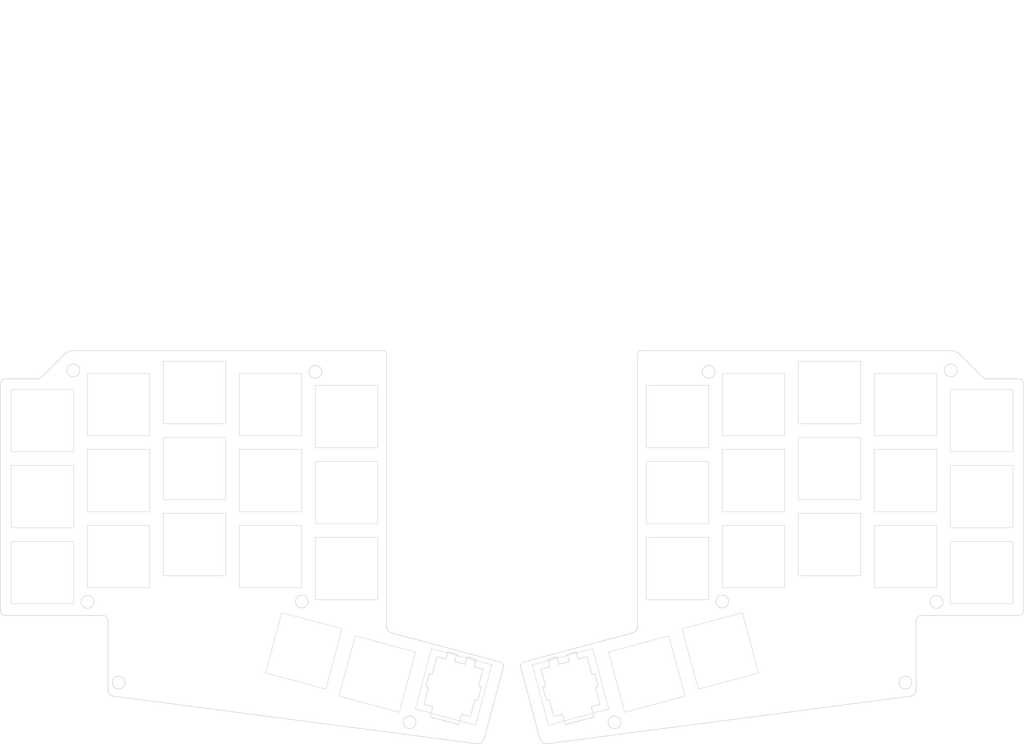
<source format=kicad_pcb>
(kicad_pcb (version 20221018) (generator pcbnew)
  (layers (0 "F.Cu" signal) (31 "B.Cu" signal) (34 "B.Paste" user) (35 "F.Paste" user) (36 "B.SilkS" user "B.Silkscreen") (37 "F.SilkS" user "F.Silkscreen") (38 "B.Mask" user) (39 "F.Mask" user) (44 "Edge.Cuts" user))
  (net 0 "")
  (footprint "jw_custom_footprint:CherryMX_Hotswap_cutout_above_PCB" (layer "F.Cu") (at 50.63948 99.035588)
    (fp_text reference "SW12" hide)
    (fp_text value "SW12")
    (fp_rect (start -7.8 -7.8) (end 7.8 7.8) (stroke (width 0.12)) (fill none) (layer "Edge.Cuts"))
  )
  (footprint "jw_custom_footprint:CherryMX_Hotswap_cutout_above_PCB" (layer "F.Cu") (at 50.63948 80.035988)
    (fp_text reference "SW7" hide)
    (fp_text value "SW7")
    (fp_rect (start -7.8 -7.8) (end 7.8 7.8) (stroke (width 0.12)) (fill none) (layer "Edge.Cuts"))
  )
  (footprint "jw_custom_footprint:RotaryEncoder_Alps_EC11E-Switch_Vertical_H20mm_cutout_above_PCB" (layer "F.Cu") (at 134.340366 131.6271 165)
    (fp_text reference "EC1" hide)
    (fp_text value "Rotary_Encoder_Switch")
    (fp_poly (pts (xy 3.7084 -6.096) (xy 5.969 -6.096) (xy 5.969 -1.7018) (xy 6.7056 -1.7018) (xy 6.7056 1.7018) (xy 5.969 1.7018) (xy 5.969 6.1976) (xy 3.6322 6.1976) (xy 3.6322 8.128) (xy 1.3462 8.128) (xy 1.3462 6.1976) (xy -1.3208 6.1976) (xy -1.3208 8.128) (xy -3.6576 8.128) (xy -3.6576 6.1976) (xy -5.969 6.1976) (xy -5.969 1.7526) (xy -6.731 1.7526) (xy -6.731 -1.7018) (xy -5.969 -1.7018) (xy -5.969 -6.096) (xy -3.7338 -6.096) (xy -3.7338 -8.763) (xy 3.7084 -8.763)) (stroke (width 0.15)) (fill none) (layer "Edge.Cuts"))
  )
  (footprint "jw_custom_footprint:MountingHole_3.2mm_M3_cutout" (layer "F.Cu") (at 99.840307 52.847744)
    (fp_text reference "TH1")
    (fp_text value "HOLE")
    (fp_circle (center 0 0) (end 1.6 0) (stroke (width 0.15)) (fill none) (layer "Edge.Cuts"))
  )
  (footprint "jw_custom_footprint:CherryMX_Hotswap_cutout_above_PCB" (layer "F.Cu") (at 96.937515 122.616333 -15)
    (fp_text reference "SW16" hide)
    (fp_text value "SW16")
    (fp_rect (start -7.8 -7.8) (end 7.8 7.8) (stroke (width 0.12)) (fill none) (layer "Edge.Cuts"))
  )
  (footprint "jw_custom_footprint:CherryMX_Hotswap_cutout_above_PCB" (layer "F.Cu") (at 31.63928 65.034988)
    (fp_text reference "SW1" hide)
    (fp_text value "SW1")
    (fp_rect (start -7.8 -7.8) (end 7.8 7.8) (stroke (width 0.12)) (fill none) (layer "Edge.Cuts"))
  )
  (footprint "jw_custom_footprint:CherryMX_Hotswap_cutout_above_PCB" (layer "F.Cu") (at 31.63928 84.035388)
    (fp_text reference "SW6" hide)
    (fp_text value "SW6")
    (fp_rect (start -7.8 -7.8) (end 7.8 7.8) (stroke (width 0.12)) (fill none) (layer "Edge.Cuts"))
  )
  (footprint "jw_custom_footprint:MountingHole_3.2mm_M3_cutout" (layer "F.Cu") (at 96.449352 110.286194)
    (fp_text reference "TH4" hide)
    (fp_text value "HOLE")
    (fp_circle (center 0 0) (end 1.6 0) (stroke (width 0.15)) (fill none) (layer "Edge.Cuts"))
  )
  (footprint "jw_custom_footprint:MountingHole_3.2mm_M3_cutout" (layer "F.Cu") (at 42.906152 110.390594)
    (fp_text reference "TH3")
    (fp_text value "HOLE")
    (fp_circle (center 0 0) (end 1.6 0) (stroke (width 0.15)) (fill none) (layer "Edge.Cuts"))
  )
  (footprint "jw_custom_footprint:CherryMX_Hotswap_cutout_above_PCB" (layer "F.Cu") (at 115.29949 128.411267 -15)
    (fp_text reference "SW17" hide)
    (fp_text value "SW17")
    (fp_rect (start -7.8 -7.8) (end 7.8 7.8) (stroke (width 0.12)) (fill none) (layer "Edge.Cuts"))
  )
  (footprint "jw_custom_footprint:CherryMX_Hotswap_cutout_above_PCB" (layer "F.Cu") (at 69.63888 96.025788)
    (fp_text reference "SW13" hide)
    (fp_text value "SW13")
    (fp_rect (start -7.8 -7.8) (end 7.8 7.8) (stroke (width 0.12)) (fill none) (layer "Edge.Cuts"))
  )
  (footprint "jw_custom_footprint:MountingHole_3.2mm_M3_cutout" (layer "F.Cu") (at 123.373352 140.464194)
    (fp_text reference "TH5")
    (fp_text value "HOLE")
    (fp_circle (center 0 0) (end 1.6 0) (stroke (width 0.15)) (fill none) (layer "Edge.Cuts"))
  )
  (footprint "jw_custom_footprint:CherryMX_Hotswap_cutout_above_PCB" (layer "F.Cu") (at 88.63908 61.035828)
    (fp_text reference "SW4" hide)
    (fp_text value "SW4")
    (fp_rect (start -7.8 -7.8) (end 7.8 7.8) (stroke (width 0.12)) (fill none) (layer "Edge.Cuts"))
  )
  (footprint "jw_custom_footprint:CherryMX_Hotswap_cutout_above_PCB" (layer "F.Cu") (at 50.63948 61.036388)
    (fp_text reference "SW2" hide)
    (fp_text value "SW2")
    (fp_rect (start -7.8 -7.8) (end 7.8 7.8) (stroke (width 0.12)) (fill none) (layer "Edge.Cuts"))
  )
  (footprint "jw_custom_footprint:CherryMX_Hotswap_cutout_above_PCB" (layer "F.Cu") (at 107.638778 64.036388)
    (fp_text reference "SW5" hide)
    (fp_text value "SW5")
    (fp_rect (start -7.8 -7.8) (end 7.8 7.8) (stroke (width 0.12)) (fill none) (layer "Edge.Cuts"))
  )
  (footprint "jw_custom_footprint:CherryMX_Hotswap_cutout_above_PCB" (layer "F.Cu") (at 88.63908 99.036188)
    (fp_text reference "SW14" hide)
    (fp_text value "SW14")
    (fp_rect (start -7.8 -7.8) (end 7.8 7.8) (stroke (width 0.12)) (fill none) (layer "Edge.Cuts"))
  )
  (footprint "jw_custom_footprint:CherryMX_Hotswap_cutout_above_PCB" (layer "F.Cu") (at 134.340366 131.6271 -15)
    (fp_text reference "SW18" hide)
    (fp_text value "SW18")
    (fp_rect (start -7.8 -7.8) (end 7.8 7.8) (stroke (width 0.12)) (fill none) (layer "Edge.Cuts"))
  )
  (footprint "jw_custom_footprint:CherryMX_Hotswap_cutout_above_PCB" (layer "F.Cu") (at 107.638778 102.036188)
    (fp_text reference "SW15" hide)
    (fp_text value "SW15")
    (fp_rect (start -7.8 -7.8) (end 7.8 7.8) (stroke (width 0.12)) (fill none) (layer "Edge.Cuts"))
  )
  (footprint "jw_custom_footprint:CherryMX_Hotswap_cutout_above_PCB" (layer "F.Cu") (at 88.63908 80.035788)
    (fp_text reference "SW9" hide)
    (fp_text value "SW9")
    (fp_rect (start -7.8 -7.8) (end 7.8 7.8) (stroke (width 0.12)) (fill none) (layer "Edge.Cuts"))
  )
  (footprint "jw_custom_footprint:MountingHole_3.2mm_M3_cutout" (layer "F.Cu") (at 50.678552 130.558194)
    (fp_text reference "TH6")
    (fp_text value "HOLE")
    (fp_circle (center 0 0) (end 1.6 0) (stroke (width 0.15)) (fill none) (layer "Edge.Cuts"))
  )
  (footprint "jw_custom_footprint:CherryMX_Hotswap_cutout_above_PCB" (layer "F.Cu") (at 107.638778 83.036188)
    (fp_text reference "SW10" hide)
    (fp_text value "SW10")
    (fp_rect (start -7.8 -7.8) (end 7.8 7.8) (stroke (width 0.12)) (fill none) (layer "Edge.Cuts"))
  )
  (footprint "jw_custom_footprint:CherryMX_Hotswap_cutout_above_PCB" (layer "F.Cu") (at 69.63888 58.025628)
    (fp_text reference "SW3" hide)
    (fp_text value "SW3")
    (fp_rect (start -7.8 -7.8) (end 7.8 7.8) (stroke (width 0.12)) (fill none) (layer "Edge.Cuts"))
  )
  (footprint "jw_custom_footprint:MountingHole_3.2mm_M3_cutout" (layer "F.Cu") (at 39.350152 52.478594)
    (fp_text reference "TH2")
    (fp_text value "HOLE")
    (fp_circle (center 0 0) (end 1.6 0) (stroke (width 0.15)) (fill none) (layer "Edge.Cuts"))
  )
  (footprint "jw_custom_footprint:CherryMX_Hotswap_cutout_above_PCB" (layer "F.Cu") (at 69.63888 77.025588)
    (fp_text reference "SW8" hide)
    (fp_text value "SW8")
    (fp_rect (start -7.8 -7.8) (end 7.8 7.8) (stroke (width 0.12)) (fill none) (layer "Edge.Cuts"))
  )
  (footprint "jw_custom_footprint:CherryMX_Hotswap_cutout_above_PCB" (layer "F.Cu") (at 31.63928 103.035788)
    (fp_text reference "SW11" hide)
    (fp_text value "SW11")
    (fp_rect (start -7.8 -7.8) (end 7.8 7.8) (stroke (width 0.12)) (fill none) (layer "Edge.Cuts"))
  )
  (footprint "jw_custom_footprint:CherryMX_Hotswap_cutout_above_PCB" (layer "B.Cu") (at 247.285222 99.035588 180)
    (fp_text reference "SW12" hide)
    (fp_text value "SW12")
    (fp_rect (start -7.8 7.8) (end 7.8 -7.8) (stroke (width 0.12)) (fill none) (layer "Edge.Cuts"))
  )
  (footprint "jw_custom_footprint:CherryMX_Hotswap_cutout_above_PCB" (layer "B.Cu") (at 182.625212 128.411267 -165)
    (fp_text reference "SW17" hide)
    (fp_text value "SW17")
    (fp_rect (start -7.8 7.8) (end 7.8 -7.8) (stroke (width 0.12)) (fill none) (layer "Edge.Cuts"))
  )
  (footprint "jw_custom_footprint:CherryMX_Hotswap_cutout_above_PCB" (layer "B.Cu") (at 190.285924 83.036188 180)
    (fp_text reference "SW10" hide)
    (fp_text value "SW10")
    (fp_rect (start -7.8 7.8) (end 7.8 -7.8) (stroke (width 0.12)) (fill none) (layer "Edge.Cuts"))
  )
  (footprint "jw_custom_footprint:CherryMX_Hotswap_cutout_above_PCB" (layer "B.Cu") (at 266.285422 84.035388 180)
    (fp_text reference "SW6" hide)
    (fp_text value "SW6")
    (fp_rect (start -7.8 7.8) (end 7.8 -7.8) (stroke (width 0.12)) (fill none) (layer "Edge.Cuts"))
  )
  (footprint "jw_custom_footprint:MountingHole_3.2mm_M3_cutout" (layer "B.Cu") (at 174.55135 140.464194 180)
    (fp_text reference "TH5")
    (fp_text value "HOLE")
    (fp_circle (center 0 0) (end 1.6 0) (stroke (width 0.15)) (fill none) (layer "Edge.Cuts"))
  )
  (footprint "jw_custom_footprint:CherryMX_Hotswap_cutout_above_PCB" (layer "B.Cu") (at 209.285622 61.035828 180)
    (fp_text reference "SW4" hide)
    (fp_text value "SW4")
    (fp_rect (start -7.8 7.8) (end 7.8 -7.8) (stroke (width 0.12)) (fill none) (layer "Edge.Cuts"))
  )
  (footprint "jw_custom_footprint:CherryMX_Hotswap_cutout_above_PCB" (layer "B.Cu") (at 163.584336 131.6271 -165)
    (fp_text reference "SW18" hide)
    (fp_text value "SW18")
    (fp_rect (start -7.8 7.8) (end 7.8 -7.8) (stroke (width 0.12)) (fill none) (layer "Edge.Cuts"))
  )
  (footprint "jw_custom_footprint:CherryMX_Hotswap_cutout_above_PCB" (layer "B.Cu") (at 266.285422 103.035788 180)
    (fp_text reference "SW11" hide)
    (fp_text value "SW11")
    (fp_rect (start -7.8 7.8) (end 7.8 -7.8) (stroke (width 0.12)) (fill none) (layer "Edge.Cuts"))
  )
  (footprint "jw_custom_footprint:CherryMX_Hotswap_cutout_above_PCB" (layer "B.Cu") (at 228.285822 77.025588 180)
    (fp_text reference "SW8" hide)
    (fp_text value "SW8")
    (fp_rect (start -7.8 7.8) (end 7.8 -7.8) (stroke (width 0.12)) (fill none) (layer "Edge.Cuts"))
  )
  (footprint "jw_custom_footprint:CherryMX_Hotswap_cutout_above_PCB" (layer "B.Cu") (at 228.285822 58.025628 180)
    (fp_text reference "SW3" hide)
    (fp_text value "SW3")
    (fp_rect (start -7.8 7.8) (end 7.8 -7.8) (stroke (width 0.12)) (fill none) (layer "Edge.Cuts"))
  )
  (footprint "jw_custom_footprint:CherryMX_Hotswap_cutout_above_PCB" (layer "B.Cu") (at 266.285422 65.034988 180)
    (fp_text reference "SW1" hide)
    (fp_text value "SW1")
    (fp_rect (start -7.8 7.8) (end 7.8 -7.8) (stroke (width 0.12)) (fill none) (layer "Edge.Cuts"))
  )
  (footprint "jw_custom_footprint:CherryMX_Hotswap_cutout_above_PCB" (layer "B.Cu") (at 228.285822 96.025788 180)
    (fp_text reference "SW13" hide)
    (fp_text value "SW13")
    (fp_rect (start -7.8 7.8) (end 7.8 -7.8) (stroke (width 0.12)) (fill none) (layer "Edge.Cuts"))
  )
  (footprint "jw_custom_footprint:MountingHole_3.2mm_M3_cutout" (layer "B.Cu") (at 255.01855 110.390594 180)
    (fp_text reference "TH3")
    (fp_text value "HOLE")
    (fp_circle (center 0 0) (end 1.6 0) (stroke (width 0.15)) (fill none) (layer "Edge.Cuts"))
  )
  (footprint "jw_custom_footprint:CherryMX_Hotswap_cutout_above_PCB" (layer "B.Cu") (at 190.285924 102.036188 180)
    (fp_text reference "SW15" hide)
    (fp_text value "SW15")
    (fp_rect (start -7.8 7.8) (end 7.8 -7.8) (stroke (width 0.12)) (fill none) (layer "Edge.Cuts"))
  )
  (footprint "jw_custom_footprint:MountingHole_3.2mm_M3_cutout" (layer "B.Cu") (at 201.47535 110.286194 180)
    (fp_text reference "TH4" hide)
    (fp_text value "HOLE")
    (fp_circle (center 0 0) (end 1.6 0) (stroke (width 0.15)) (fill none) (layer "Edge.Cuts"))
  )
  (footprint "jw_custom_footprint:CherryMX_Hotswap_cutout_above_PCB" (layer "B.Cu") (at 209.285622 80.035788 180)
    (fp_text reference "SW9" hide)
    (fp_text value "SW9")
    (fp_rect (start -7.8 7.8) (end 7.8 -7.8) (stroke (width 0.12)) (fill none) (layer "Edge.Cuts"))
  )
  (footprint "jw_custom_footprint:CherryMX_Hotswap_cutout_above_PCB" (layer "B.Cu") (at 209.285622 99.036188 180)
    (fp_text reference "SW14" hide)
    (fp_text value "SW14")
    (fp_rect (start -7.8 7.8) (end 7.8 -7.8) (stroke (width 0.12)) (fill none) (layer "Edge.Cuts"))
  )
  (footprint "jw_custom_footprint:MountingHole_3.2mm_M3_cutout" (layer "B.Cu") (at 198.084395 52.847744 180)
    (fp_text reference "TH1")
    (fp_text value "HOLE")
    (fp_circle (center 0 0) (end 1.6 0) (stroke (width 0.15)) (fill none) (layer "Edge.Cuts"))
  )
  (footprint "jw_custom_footprint:CherryMX_Hotswap_cutout_above_PCB" (layer "B.Cu") (at 190.285924 64.036388 180)
    (fp_text reference "SW5" hide)
    (fp_text value "SW5")
    (fp_rect (start -7.8 7.8) (end 7.8 -7.8) (stroke (width 0.12)) (fill none) (layer "Edge.Cuts"))
  )
  (footprint "jw_custom_footprint:CherryMX_Hotswap_cutout_above_PCB" (layer "B.Cu") (at 200.987187 122.616333 -165)
    (fp_text reference "SW16" hide)
    (fp_text value "SW16")
    (fp_rect (start -7.8 7.8) (end 7.8 -7.8) (stroke (width 0.12)) (fill none) (layer "Edge.Cuts"))
  )
  (footprint "jw_custom_footprint:CherryMX_Hotswap_cutout_above_PCB" (layer "B.Cu") (at 247.285222 61.036388 180)
    (fp_text reference "SW2" hide)
    (fp_text value "SW2")
    (fp_rect (start -7.8 7.8) (end 7.8 -7.8) (stroke (width 0.12)) (fill none) (layer "Edge.Cuts"))
  )
  (footprint "jw_custom_footprint:MountingHole_3.2mm_M3_cutout" (layer "B.Cu") (at 247.24615 130.558194 180)
    (fp_text reference "TH6")
    (fp_text value "HOLE")
    (fp_circle (center 0 0) (end 1.6 0) (stroke (width 0.15)) (fill none) (layer "Edge.Cuts"))
  )
  (footprint "jw_custom_footprint:MountingHole_3.2mm_M3_cutout" (layer "B.Cu") (at 258.57455 52.478594 180)
    (fp_text reference "TH2")
    (fp_text value "HOLE")
    (fp_circle (center 0 0) (end 1.6 0) (stroke (width 0.15)) (fill none) (layer "Edge.Cuts"))
  )
  (footprint "jw_custom_footprint:CherryMX_Hotswap_cutout_above_PCB" (layer "B.Cu") (at 247.285222 80.035988 180)
    (fp_text reference "SW7" hide)
    (fp_text value "SW7")
    (fp_rect (start -7.8 7.8) (end 7.8 -7.8) (stroke (width 0.12)) (fill none) (layer "Edge.Cuts"))
  )
  (footprint "jw_custom_footprint:RotaryEncoder_Alps_EC11E-Switch_Vertical_H20mm_cutout_above_PCB" (layer "B.Cu") (at 163.584336 131.6271 15)
    (fp_text reference "EC1" hide)
    (fp_text value "Rotary_Encoder_Switch")
    (fp_poly (pts (xy 3.7084 6.096) (xy 5.969 6.096) (xy 5.969 1.7018) (xy 6.7056 1.7018) (xy 6.7056 -1.7018) (xy 5.969 -1.7018) (xy 5.969 -6.1976) (xy 3.6322 -6.1976) (xy 3.6322 -8.128) (xy 1.3462 -8.128) (xy 1.3462 -6.1976) (xy -1.3208 -6.1976) (xy -1.3208 -8.128) (xy -3.6576 -8.128) (xy -3.6576 -6.1976) (xy -5.969 -6.1976) (xy -5.969 -1.7526) (xy -6.731 -1.7526) (xy -6.731 1.7018) (xy -5.969 1.7018) (xy -5.969 6.096) (xy -3.7338 6.096) (xy -3.7338 8.763) (xy 3.7084 8.763)) (stroke (width 0.15)) (fill none) (layer "Edge.Cuts"))
  )
  (gr_line (start 118.722737 118.09587) (end 146.004752 125.401994) (stroke (width 0.15)) (layer "Edge.Cuts"))
  (gr_arc (start 21.112952 55.971794) (mid 21.501596 55.012967) (end 22.459152 54.621228) (stroke (width 0.15)) (layer "Edge.Cuts"))
  (gr_arc (start 37.267352 48.363794) (mid 38.178284 47.766475) (end 39.248552 47.563694) (stroke (width 0.15)) (layer "Edge.Cuts"))
  (gr_arc (start 180.345888 116.613594) (mid 180.025103 117.548584) (end 179.201965 118.09587) (stroke (width 0.15)) (layer "Edge.Cuts"))
  (gr_arc (start 275.46555 54.621228) (mid 276.423086 55.012986) (end 276.81175 55.971794) (stroke (width 0.15)) (layer "Edge.Cuts"))
  (gr_line (start 275.44015 113.757024) (end 251.279492 113.757024) (stroke (width 0.15)) (layer "Edge.Cuts"))
  (gr_line (start 267.83505 54.621228) (end 275.46555 54.621228) (stroke (width 0.15)) (layer "Edge.Cuts"))
  (gr_line (start 276.810711 112.422594) (end 276.81175 55.971794) (stroke (width 0.15)) (layer "Edge.Cuts"))
  (gr_arc (start 276.810711 112.422594) (mid 276.410787 113.382884) (end 275.44015 113.757024) (stroke (width 0.15)) (layer "Edge.Cuts"))
  (gr_arc (start 258.67615 47.563694) (mid 259.746408 47.766488) (end 260.65735 48.363794) (stroke (width 0.15)) (layer "Edge.Cuts"))
  (gr_line (start 139.934152 145.798194) (end 49.306952 133.936394) (stroke (width 0.15)) (layer "Edge.Cuts"))
  (gr_line (start 116.807147 47.563694) (end 39.248552 47.563694) (stroke (width 0.15)) (layer "Edge.Cuts"))
  (gr_arc (start 146.004752 125.401994) (mid 146.675349 125.973474) (end 146.766752 126.849794) (stroke (width 0.15)) (layer "Edge.Cuts"))
  (gr_line (start 37.267352 48.363794) (end 31.613652 54.006594) (stroke (width 0.15)) (layer "Edge.Cuts"))
  (gr_line (start 151.15795 126.849794) (end 155.88235 144.401194) (stroke (width 0.15)) (layer "Edge.Cuts"))
  (gr_arc (start 22.484552 113.757024) (mid 21.513898 113.382902) (end 21.113991 112.422594) (stroke (width 0.15)) (layer "Edge.Cuts"))
  (gr_line (start 142.042352 144.401194) (end 146.766752 126.849794) (stroke (width 0.15)) (layer "Edge.Cuts"))
  (gr_line (start 22.459152 54.621228) (end 30.089652 54.621228) (stroke (width 0.15)) (layer "Edge.Cuts"))
  (gr_line (start 151.91995 125.401994) (end 179.201965 118.09587) (stroke (width 0.15)) (layer "Edge.Cuts"))
  (gr_arc (start 151.15795 126.849794) (mid 151.249367 125.973491) (end 151.91995 125.401994) (stroke (width 0.15)) (layer "Edge.Cuts"))
  (gr_line (start 48.015771 115.143296) (end 48.015771 132.386994) (stroke (width 0.15)) (layer "Edge.Cuts"))
  (gr_arc (start 118.722737 118.09587) (mid 117.899617 117.54856) (end 117.578814 116.613594) (stroke (width 0.15)) (layer "Edge.Cuts"))
  (gr_arc (start 116.807147 47.563694) (mid 117.353563 47.772976) (end 117.578814 48.312994) (stroke (width 0.15)) (layer "Edge.Cuts"))
  (gr_arc (start 267.83505 54.621228) (mid 267.00735 54.476809) (end 266.31105 54.006594) (stroke (width 0.15)) (layer "Edge.Cuts"))
  (gr_line (start 249.908931 132.386994) (end 249.908931 115.143296) (stroke (width 0.15)) (layer "Edge.Cuts"))
  (gr_arc (start 142.042352 144.401194) (mid 141.264682 145.516839) (end 139.934152 145.798194) (stroke (width 0.15)) (layer "Edge.Cuts"))
  (gr_line (start 258.67615 47.563694) (end 181.117555 47.563694) (stroke (width 0.15)) (layer "Edge.Cuts"))
  (gr_arc (start 249.908931 115.143296) (mid 250.28991 114.149298) (end 251.279492 113.757024) (stroke (width 0.15)) (layer "Edge.Cuts"))
  (gr_arc (start 31.613652 54.006594) (mid 30.917349 54.476798) (end 30.089652 54.621228) (stroke (width 0.15)) (layer "Edge.Cuts"))
  (gr_arc (start 157.99055 145.798194) (mid 156.660058 145.516823) (end 155.88235 144.401194) (stroke (width 0.15)) (layer "Edge.Cuts"))
  (gr_line (start 117.578814 48.312994) (end 117.578814 116.613594) (stroke (width 0.15)) (layer "Edge.Cuts"))
  (gr_line (start 21.112952 55.971794) (end 21.113991 112.422594) (stroke (width 0.15)) (layer "Edge.Cuts"))
  (gr_line (start 46.64521 113.757024) (end 22.484552 113.757024) (stroke (width 0.15)) (layer "Edge.Cuts"))
  (gr_arc (start 49.306952 133.936394) (mid 48.359813 133.412987) (end 48.015771 132.386994) (stroke (width 0.15)) (layer "Edge.Cuts"))
  (gr_line (start 180.345888 116.613594) (end 180.345888 48.312994) (stroke (width 0.15)) (layer "Edge.Cuts"))
  (gr_line (start 248.61775 133.936394) (end 157.99055 145.798194) (stroke (width 0.15)) (layer "Edge.Cuts"))
  (gr_arc (start 180.345888 48.312994) (mid 180.571157 47.772995) (end 181.117555 47.563694) (stroke (width 0.15)) (layer "Edge.Cuts"))
  (gr_line (start 266.31105 54.006594) (end 260.65735 48.363794) (stroke (width 0.15)) (layer "Edge.Cuts"))
  (gr_arc (start 249.908931 132.386994) (mid 249.564888 133.412986) (end 248.61775 133.936394) (stroke (width 0.15)) (layer "Edge.Cuts"))
  (gr_arc (start 46.64521 113.757024) (mid 47.634772 114.149318) (end 48.015771 115.143296) (stroke (width 0.15)) (layer "Edge.Cuts"))
)
</source>
